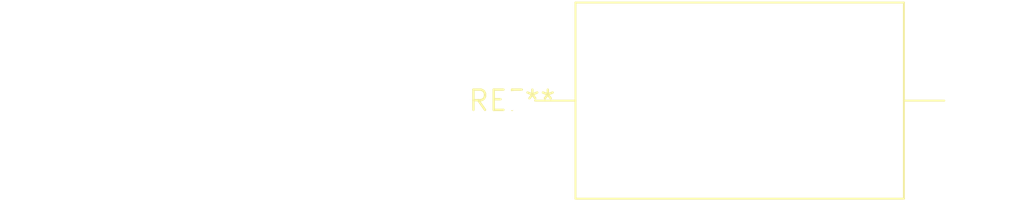
<source format=kicad_pcb>
(kicad_pcb (version 20240108) (generator pcbnew)
  (layers (0 "F.Cu" signal) (31 "B.Cu" signal) (34 "B.Paste" user) (35 "F.Paste" user) (36 "B.SilkS" user "B.Silkscreen") (37 "F.SilkS" user "F.Silkscreen") (38 "B.Mask" user) (39 "F.Mask" user) (44 "Edge.Cuts" user))
  (net 0 "")
  (footprint "L_Axial_L20.3mm_D12.1mm_P28.50mm_Horizontal_Vishay_IHA-101" (layer "F.Cu") (at 0 0)
    (property "Reference" "REF**")
    (property "Value" "L_Axial_L20.3mm_D12.1mm_P28.50mm_Horizontal_Vishay_IHA-101")
    (fp_line (start 1.44 0) (end 3.97 0) (layer "F.SilkS") (stroke (width 0.12)))
    (fp_line (start 3.97 -6.155) (end 3.97 6.155) (layer "F.SilkS") (stroke (width 0.12)))
    (fp_line (start 3.97 6.155) (end 24.53 6.155) (layer "F.SilkS") (stroke (width 0.12)))
    (fp_line (start 24.53 -6.155) (end 3.97 -6.155) (layer "F.SilkS") (stroke (width 0.12)))
    (fp_line (start 24.53 6.155) (end 24.53 -6.155) (layer "F.SilkS") (stroke (width 0.12)))
    (fp_line (start 27.06 0) (end 24.53 0) (layer "F.SilkS") (stroke (width 0.12)))
    (pad "1" thru_hole circle (at 0 0) (size 2.4 2.4) (drill 1.2) (layers *.Cu *.Mask) (remove_unused_layers))
    (pad "2" thru_hole oval (at 28.5 0) (size 2.4 2.4) (drill 1.2) (layers *.Cu *.Mask) (remove_unused_layers))
  )
)
</source>
